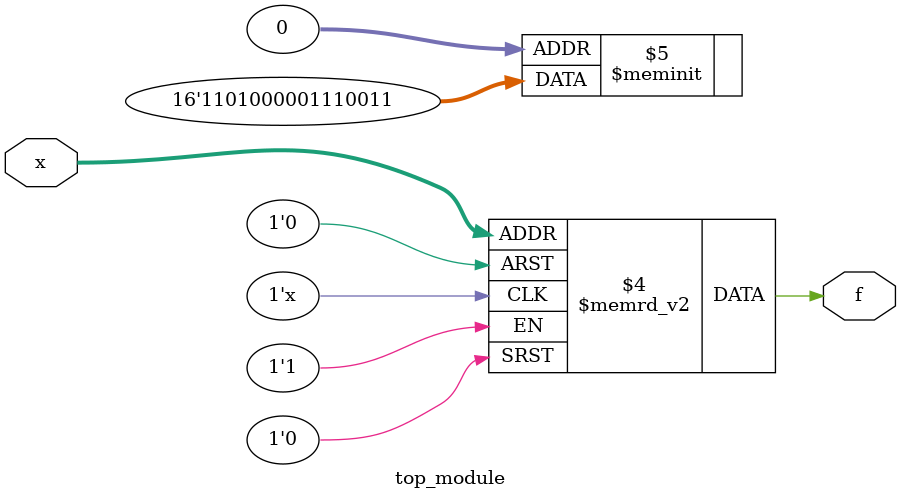
<source format=sv>
module top_module (
   input [4:1] x,
   output logic f
);
   always_comb begin
      case(x)
         4'b0000: f = 1;
         4'b0001: f = 1;
         4'b0010: f = 0;
         4'b0011: f = 0;
         4'b0100: f = 1;
         4'b0101: f = 1;
         4'b0110: f = 1;
         4'b0111: f = 0;
         4'b1000: f = 0;
         4'b1001: f = 0;
         4'b1010: f = 0;
         4'b1011: f = 0;
         4'b1100: f = 1;
         4'b1101: f = 0;
         4'b1110: f = 1;
         4'b1111: f = 1;
         default: f = 0;
      endcase
   end
endmodule

</source>
